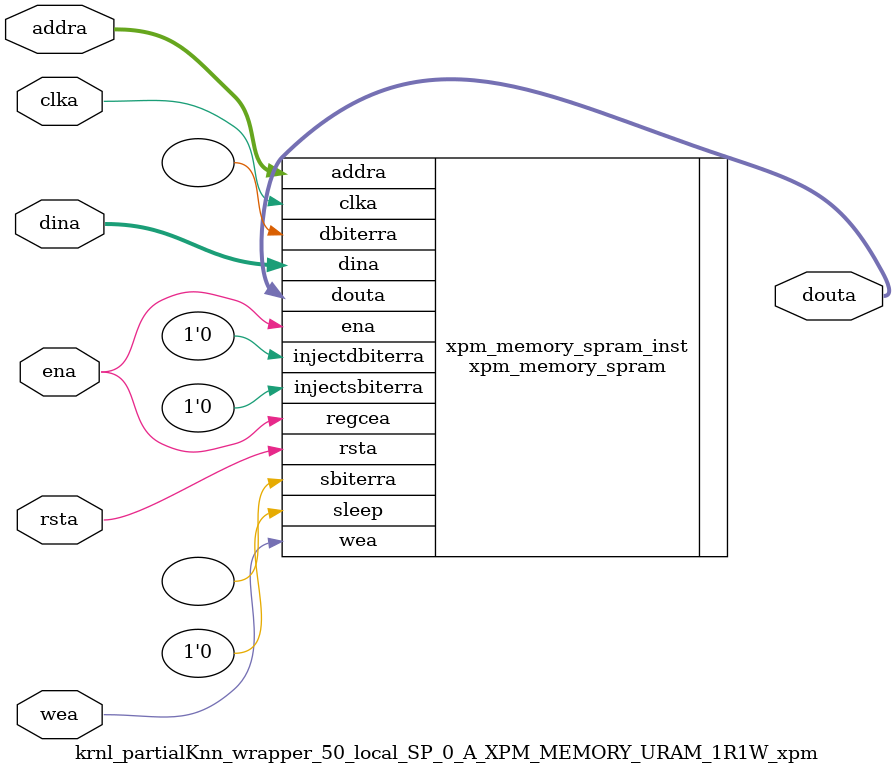
<source format=v>
`timescale 1 ns / 1 ps
module krnl_partialKnn_wrapper_50_local_SP_0_A_XPM_MEMORY_URAM_1R1W_xpm # (
  // Common module parameters
  parameter integer                 MEMORY_SIZE        = 524288,
  parameter                         MEMORY_PRIMITIVE   = "ultra",
  parameter                         ECC_MODE           = "no_ecc",
  parameter                         MEMORY_INIT_FILE   = "none",
  parameter                         WAKEUP_TIME        = "disable_sleep",
  parameter integer                 MESSAGE_CONTROL    = 0,
  // Port A module parameters
  parameter integer                 WRITE_DATA_WIDTH_A = 256,
  parameter integer                 READ_DATA_WIDTH_A  = WRITE_DATA_WIDTH_A,
  parameter integer                 BYTE_WRITE_WIDTH_A = WRITE_DATA_WIDTH_A,
  parameter integer                 ADDR_WIDTH_A       = 11,
  parameter                         READ_RESET_VALUE_A = "0",
  parameter integer                 READ_LATENCY_A     = 1,
  parameter                         WRITE_MODE_A       = "read_first"
) (
  // Port A module ports
  input  wire                                               clka,
  input  wire                                               rsta,
  input  wire                                               ena,
  input  wire [(WRITE_DATA_WIDTH_A/BYTE_WRITE_WIDTH_A)-1:0] wea,
  input  wire [ADDR_WIDTH_A-1:0]                            addra,
  input  wire [WRITE_DATA_WIDTH_A-1:0]                      dina,
  output wire [READ_DATA_WIDTH_A-1:0]                       douta
);
// Set parameter values and connect ports to instantiate an XPM_MEMORY single port RAM configuration
xpm_memory_spram # (
  // Common module parameters
  .MEMORY_SIZE        (MEMORY_SIZE),   //positive integer
  .MEMORY_PRIMITIVE   (MEMORY_PRIMITIVE),      //string; "auto", "distributed", "block" or "ultra";
  .ECC_MODE           (ECC_MODE),      //do not change
  .MEMORY_INIT_FILE   (MEMORY_INIT_FILE), //string; "none" or "<filename>.mem" 
  .MEMORY_INIT_PARAM  (""), //string;
  .WAKEUP_TIME        (WAKEUP_TIME),      //string; "disable_sleep" or "use_sleep_pin"
  .MESSAGE_CONTROL    (MESSAGE_CONTROL),      //do not change
  // Port A module parameters
  .WRITE_DATA_WIDTH_A (WRITE_DATA_WIDTH_A),     //positive integer
  .READ_DATA_WIDTH_A  (READ_DATA_WIDTH_A),     //positive integer
  .BYTE_WRITE_WIDTH_A (BYTE_WRITE_WIDTH_A),     //integer; 8, 9, or WRITE_DATA_WIDTH_A value
  .ADDR_WIDTH_A       (ADDR_WIDTH_A),      //positive integer
  .READ_RESET_VALUE_A (READ_RESET_VALUE_A),  //string
  .READ_LATENCY_A     (READ_LATENCY_A),      //non-negative integer
  .WRITE_MODE_A       (WRITE_MODE_A)       //string; "write_first", "read_first", "no_change"
) xpm_memory_spram_inst (
  // Common module ports
  .sleep          (1'b0),  //do not change
  // Port A module ports
  .clka           (clka),
  .rsta           (rsta),
  .ena            (ena),
  .regcea         (ena),
  .wea            (wea),
  .addra          (addra),
  .dina           (dina),
  .injectsbiterra (1'b0),  //do not change
  .injectdbiterra (1'b0),  //do not change
  .douta          (douta),
  .sbiterra       (),      //do not change
  .dbiterra       ()       //do not change
);
endmodule
</source>
